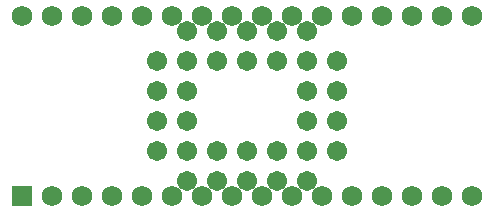
<source format=gts>
G04 (created by PCBNEW (2013-jun-18)-testing) date Sun 14 Jul 2013 06:48:57 PM EEST*
%MOIN*%
G04 Gerber Fmt 3.4, Leading zero omitted, Abs format*
%FSLAX34Y34*%
G01*
G70*
G90*
G04 APERTURE LIST*
%ADD10C,0.005906*%
%ADD11R,0.069024X0.069024*%
%ADD12C,0.069024*%
%ADD13C,0.067055*%
G04 APERTURE END LIST*
G54D10*
G54D11*
X750Y750D03*
G54D12*
X1750Y750D03*
X2750Y750D03*
X3750Y750D03*
X4750Y750D03*
X5750Y750D03*
X6750Y750D03*
X7750Y750D03*
X8750Y750D03*
X9750Y750D03*
X10750Y750D03*
X11750Y750D03*
X12750Y750D03*
X13750Y750D03*
X14750Y750D03*
X15750Y750D03*
X15750Y6750D03*
X14750Y6750D03*
X13750Y6750D03*
X12750Y6750D03*
X11750Y6750D03*
X10750Y6750D03*
X9750Y6750D03*
X8750Y6750D03*
X7750Y6750D03*
X6750Y6750D03*
X5750Y6750D03*
X4750Y6750D03*
X3750Y6750D03*
X2750Y6750D03*
X1750Y6750D03*
X750Y6750D03*
G54D13*
X5250Y3250D03*
X6250Y4250D03*
X6250Y3250D03*
X5250Y2250D03*
X6250Y1250D03*
X6250Y2250D03*
X7250Y1250D03*
X7250Y2250D03*
X8250Y1250D03*
X8250Y2250D03*
X9250Y1250D03*
X9250Y2250D03*
X10250Y1250D03*
X11250Y2250D03*
X10250Y2250D03*
X11250Y3250D03*
X10250Y3250D03*
X11250Y4250D03*
X10250Y4250D03*
X11250Y5250D03*
X10250Y6250D03*
X10250Y5250D03*
X9250Y6250D03*
X9250Y5250D03*
X8250Y6250D03*
X8250Y5250D03*
X7250Y6250D03*
X5250Y4250D03*
X7250Y5250D03*
X6250Y6250D03*
X5250Y5250D03*
X6250Y5250D03*
M02*

</source>
